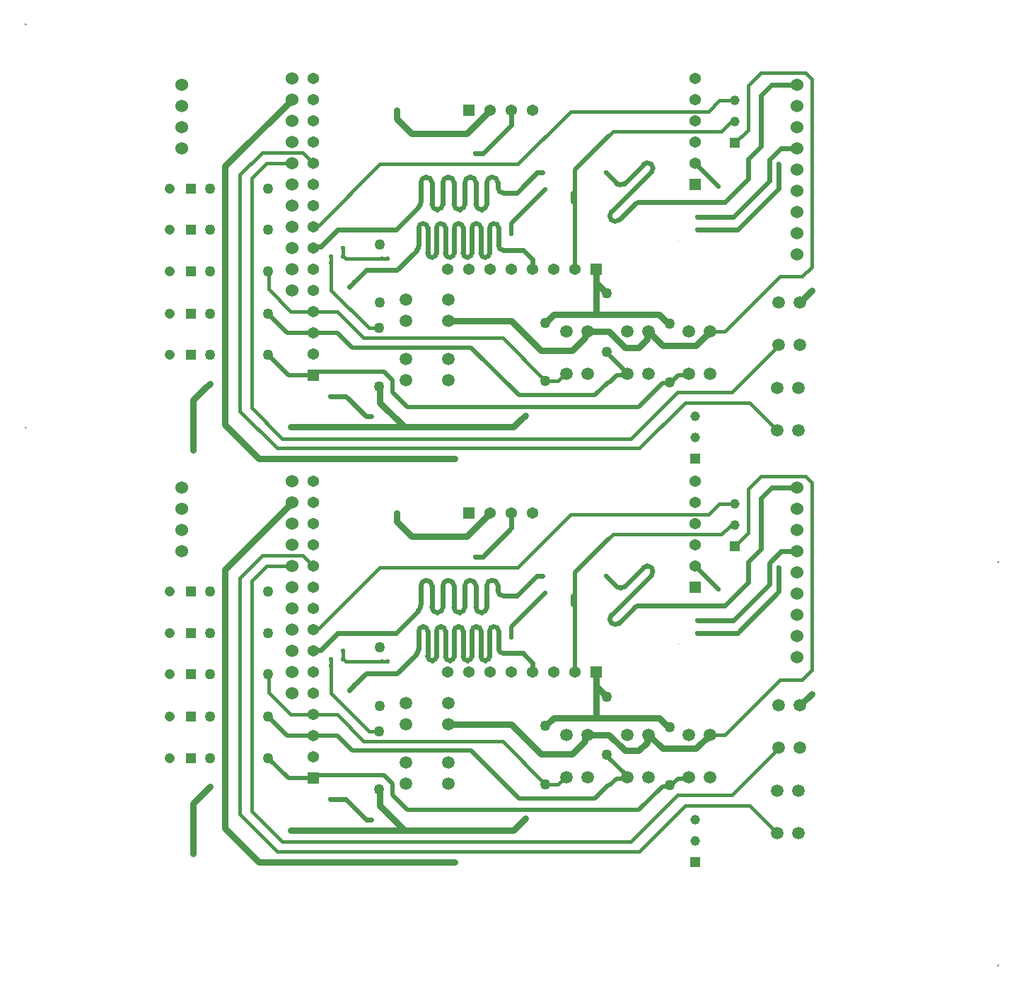
<source format=gbl>
G04*
G04 #@! TF.GenerationSoftware,Altium Limited,Altium Designer,24.4.1 (13)*
G04*
G04 Layer_Physical_Order=2*
G04 Layer_Color=16711680*
%FSTAX25Y25*%
%MOIN*%
G70*
G04*
G04 #@! TF.SameCoordinates,4F89C50D-CA39-40AE-AD00-445C0AD72F43*
G04*
G04*
G04 #@! TF.FilePolarity,Positive*
G04*
G01*
G75*
%ADD10C,0.02178*%
%ADD11C,0.03000*%
%ADD12C,0.02000*%
%ADD13C,0.01500*%
%ADD14C,0.04953*%
%ADD15C,0.05394*%
%ADD16R,0.05394X0.05394*%
%ADD17R,0.04578X0.04578*%
%ADD18C,0.04578*%
%ADD19C,0.06000*%
%ADD20C,0.05937*%
%ADD21R,0.05394X0.05394*%
%ADD22C,0.04756*%
%ADD23R,0.04756X0.04756*%
%ADD24C,0.02200*%
G36*
X-0063691Y0400639D02*
X-0063585Y0400533D01*
X-0063566Y0400456D01*
X-0063547Y0400418D01*
X-0063518Y0400389D01*
X-0063422Y0400331D01*
X-0063384Y0400293D01*
X-0063287Y0400274D01*
X-006323Y0400216D01*
X-0063095Y0400197D01*
X-006299Y0400091D01*
X-0063009Y0400034D01*
X-0063038Y0400005D01*
X-0063115Y0399986D01*
X-0063268Y0399966D01*
X-0063403Y0399909D01*
X-0063537Y039989D01*
X-0063595Y0399832D01*
X-0063633Y0399813D01*
X-0063748Y0399697D01*
X-0063758Y0399688D01*
X-0063787Y0399659D01*
X-0063864Y039964D01*
X-006394Y0399563D01*
X-0064017Y0399544D01*
X-0064075Y0399525D01*
X-0064161Y0399573D01*
X-0064142Y039965D01*
X-0064104Y0399669D01*
X-0064085Y0399842D01*
X-0064046Y0399861D01*
X-0064027Y0399938D01*
X-0063998Y0400158D01*
X-0063969Y0400226D01*
X-0063931Y0400322D01*
X-0063912Y0400494D01*
X-0063854Y0400552D01*
X-0063806Y0400658D01*
X-0063758Y0400667D01*
X-0063691Y0400639D01*
D02*
G37*
G36*
X0244333Y0297758D02*
X0243933D01*
Y0297891D01*
X0244067D01*
Y0298024D01*
X02442D01*
Y0298158D01*
X0244333D01*
Y0297758D01*
D02*
G37*
G36*
X-0063691Y0210481D02*
X-0063585Y0210375D01*
X-0063566Y0210299D01*
X-0063547Y021026D01*
X-0063518Y0210231D01*
X-0063422Y0210174D01*
X-0063384Y0210135D01*
X-0063287Y0210116D01*
X-006323Y0210059D01*
X-0063095Y0210039D01*
X-006299Y0209934D01*
X-0063009Y0209876D01*
X-0063038Y0209847D01*
X-0063115Y0209828D01*
X-0063268Y0209809D01*
X-0063403Y0209751D01*
X-0063537Y0209732D01*
X-0063595Y0209675D01*
X-0063633Y0209655D01*
X-0063748Y020954D01*
X-0063758Y020953D01*
X-0063787Y0209502D01*
X-0063864Y0209482D01*
X-006394Y0209406D01*
X-0064017Y0209386D01*
X-0064075Y0209367D01*
X-0064161Y0209415D01*
X-0064142Y0209492D01*
X-0064104Y0209511D01*
X-0064085Y0209684D01*
X-0064046Y0209703D01*
X-0064027Y020978D01*
X-0063998Y0210001D01*
X-0063969Y0210068D01*
X-0063931Y0210164D01*
X-0063912Y0210337D01*
X-0063854Y0210395D01*
X-0063806Y02105D01*
X-0063758Y021051D01*
X-0063691Y0210481D01*
D02*
G37*
G36*
X0394796Y014704D02*
X0394902Y0146934D01*
X0394921Y0146857D01*
X039494Y0146819D01*
X0394969Y014679D01*
X0395065Y0146732D01*
X0395103Y0146694D01*
X0395199Y0146675D01*
X0395257Y0146617D01*
X0395391Y0146598D01*
X0395497Y0146492D01*
X0395478Y0146435D01*
X0395449Y0146406D01*
X0395372Y0146387D01*
X0395218Y0146367D01*
X0395084Y014631D01*
X039495Y0146291D01*
X0394892Y0146233D01*
X0394854Y0146214D01*
X0394738Y0146099D01*
X0394729Y0146089D01*
X03947Y014606D01*
X0394623Y0146041D01*
X0394546Y0145964D01*
X0394469Y0145945D01*
X0394412Y0145926D01*
X0394325Y0145974D01*
X0394345Y0146051D01*
X0394383Y014607D01*
X0394402Y0146243D01*
X0394441Y0146262D01*
X039446Y0146339D01*
X0394489Y014656D01*
X0394517Y0146627D01*
X0394556Y0146723D01*
X0394575Y0146896D01*
X0394633Y0146953D01*
X0394681Y0147059D01*
X0394729Y0147069D01*
X0394796Y014704D01*
D02*
G37*
G36*
X0244333Y01076D02*
X0243933D01*
Y0107733D01*
X0244067D01*
Y0107867D01*
X02442D01*
Y0108D01*
X0244333D01*
Y01076D01*
D02*
G37*
G36*
X0394796Y-0043118D02*
X0394902Y-0043224D01*
X0394921Y-00433D01*
X039494Y-0043339D01*
X0394969Y-0043367D01*
X0395065Y-0043425D01*
X0395103Y-0043464D01*
X0395199Y-0043483D01*
X0395257Y-004354D01*
X0395391Y-004356D01*
X0395497Y-0043665D01*
X0395478Y-0043723D01*
X0395449Y-0043752D01*
X0395372Y-0043771D01*
X0395218Y-004379D01*
X0395084Y-0043848D01*
X039495Y-0043867D01*
X0394892Y-0043924D01*
X0394854Y-0043944D01*
X0394738Y-0044059D01*
X0394729Y-0044069D01*
X03947Y-0044097D01*
X0394623Y-0044117D01*
X0394546Y-0044193D01*
X0394469Y-0044213D01*
X0394412Y-0044232D01*
X0394325Y-0044184D01*
X0394345Y-0044107D01*
X0394383Y-0044088D01*
X0394402Y-0043915D01*
X0394441Y-0043896D01*
X039446Y-0043819D01*
X0394489Y-0043598D01*
X0394517Y-0043531D01*
X0394556Y-0043435D01*
X0394575Y-0043262D01*
X0394633Y-0043204D01*
X0394681Y-0043099D01*
X0394729Y-0043089D01*
X0394796Y-0043118D01*
D02*
G37*
%LPC*%
G36*
X-0063768Y0400562D02*
X-0063796Y0400533D01*
X-0063787Y0400504D01*
X-0063729Y0400485D01*
X-00637Y0400418D01*
X-0063672Y0400408D01*
X-0063643Y0400437D01*
X-0063662Y0400475D01*
X-00637Y0400533D01*
Y0400552D01*
X-0063768Y0400562D01*
D02*
G37*
G36*
X-006348Y0400274D02*
X-0063499D01*
X-0063528Y0400264D01*
X-0063518Y0400235D01*
X-006346Y0400254D01*
X-0063451Y0400264D01*
X-006348Y0400274D01*
D02*
G37*
G36*
X-0063806Y0400485D02*
X-0063835Y0400456D01*
X-0063816Y0400245D01*
X-0063806Y0400235D01*
X-0063777Y0400264D01*
Y0400379D01*
Y0400398D01*
X-0063796Y0400475D01*
X-0063806Y0400485D01*
D02*
G37*
G36*
X-0063364Y0400197D02*
X-0063412Y0400168D01*
X-0063384Y0400139D01*
X-0063278Y0400149D01*
X-0063287Y0400178D01*
X-0063307D01*
X-0063316Y0400187D01*
X-0063364Y0400197D01*
D02*
G37*
G36*
X-0063115Y0400101D02*
X-0063163Y0400091D01*
X-0063134Y0400062D01*
X-0063115D01*
X-0063105Y0400072D01*
X-0063115Y0400101D01*
D02*
G37*
G36*
X-0063384Y0400082D02*
X-0063499Y0400062D01*
X-0063518D01*
X-0063528Y0400034D01*
X-0063326Y0400024D01*
X-0063297Y0400053D01*
X-0063384Y0400082D01*
D02*
G37*
G36*
X-0063595Y0399966D02*
X-0063643Y0399957D01*
X-0063633Y0399928D01*
X-0063595Y0399947D01*
X-0063585Y0399957D01*
X-0063595Y0399966D01*
D02*
G37*
G36*
X-0063883Y0400082D02*
X-0063912Y0400072D01*
X-0063921Y0399966D01*
X-0063902Y039987D01*
X-0063873Y039988D01*
X-0063854Y0400014D01*
X-0063864Y0400024D01*
X-0063883Y0400082D01*
D02*
G37*
G36*
X-0063787Y039987D02*
X-0063796Y0399861D01*
X-0063787Y0399832D01*
X-0063729Y0399851D01*
X-006372Y0399861D01*
X-0063787Y039987D01*
D02*
G37*
G36*
X-0063844Y0399794D02*
X-0063912Y0399784D01*
Y0399745D01*
X-0063902Y0399736D01*
X-0063825Y0399755D01*
X-0063816Y0399765D01*
X-0063844Y0399794D01*
D02*
G37*
G36*
X-0063979Y0399813D02*
X-0064008Y0399803D01*
X-0064017Y0399659D01*
X-006396Y039964D01*
X-0063931Y0399669D01*
X-006395Y0399707D01*
X-006396Y0399717D01*
X-0063969Y0399745D01*
X-006395Y0399765D01*
X-0063979Y0399813D01*
D02*
G37*
G36*
X-0063768Y0210404D02*
X-0063796Y0210375D01*
X-0063787Y0210347D01*
X-0063729Y0210328D01*
X-00637Y021026D01*
X-0063672Y0210251D01*
X-0063643Y0210279D01*
X-0063662Y0210318D01*
X-00637Y0210375D01*
Y0210395D01*
X-0063768Y0210404D01*
D02*
G37*
G36*
X-006348Y0210116D02*
X-0063499D01*
X-0063528Y0210107D01*
X-0063518Y0210078D01*
X-006346Y0210097D01*
X-0063451Y0210107D01*
X-006348Y0210116D01*
D02*
G37*
G36*
X-0063806Y0210328D02*
X-0063835Y0210299D01*
X-0063816Y0210087D01*
X-0063806Y0210078D01*
X-0063777Y0210107D01*
Y0210222D01*
Y0210241D01*
X-0063796Y0210318D01*
X-0063806Y0210328D01*
D02*
G37*
G36*
X-0063364Y0210039D02*
X-0063412Y0210011D01*
X-0063384Y0209982D01*
X-0063278Y0209991D01*
X-0063287Y021002D01*
X-0063307D01*
X-0063316Y021003D01*
X-0063364Y0210039D01*
D02*
G37*
G36*
X-0063115Y0209943D02*
X-0063163Y0209934D01*
X-0063134Y0209905D01*
X-0063115D01*
X-0063105Y0209915D01*
X-0063115Y0209943D01*
D02*
G37*
G36*
X-0063384Y0209924D02*
X-0063499Y0209905D01*
X-0063518D01*
X-0063528Y0209876D01*
X-0063326Y0209866D01*
X-0063297Y0209895D01*
X-0063384Y0209924D01*
D02*
G37*
G36*
X-0063595Y0209809D02*
X-0063643Y0209799D01*
X-0063633Y020977D01*
X-0063595Y020979D01*
X-0063585Y0209799D01*
X-0063595Y0209809D01*
D02*
G37*
G36*
X-0063883Y0209924D02*
X-0063912Y0209915D01*
X-0063921Y0209809D01*
X-0063902Y0209713D01*
X-0063873Y0209722D01*
X-0063854Y0209857D01*
X-0063864Y0209866D01*
X-0063883Y0209924D01*
D02*
G37*
G36*
X-0063787Y0209713D02*
X-0063796Y0209703D01*
X-0063787Y0209675D01*
X-0063729Y0209694D01*
X-006372Y0209703D01*
X-0063787Y0209713D01*
D02*
G37*
G36*
X-0063844Y0209636D02*
X-0063912Y0209627D01*
Y0209588D01*
X-0063902Y0209578D01*
X-0063825Y0209598D01*
X-0063816Y0209607D01*
X-0063844Y0209636D01*
D02*
G37*
G36*
X-0063979Y0209655D02*
X-0064008Y0209646D01*
X-0064017Y0209502D01*
X-006396Y0209482D01*
X-0063931Y0209511D01*
X-006395Y020955D01*
X-006396Y0209559D01*
X-0063969Y0209588D01*
X-006395Y0209607D01*
X-0063979Y0209655D01*
D02*
G37*
G36*
X0394719Y0146963D02*
X039469Y0146934D01*
X03947Y0146905D01*
X0394758Y0146886D01*
X0394786Y0146819D01*
X0394815Y0146809D01*
X0394844Y0146838D01*
X0394825Y0146876D01*
X0394786Y0146934D01*
Y0146953D01*
X0394719Y0146963D01*
D02*
G37*
G36*
X0395007Y0146675D02*
X0394988D01*
X0394959Y0146665D01*
X0394969Y0146636D01*
X0395026Y0146655D01*
X0395036Y0146665D01*
X0395007Y0146675D01*
D02*
G37*
G36*
X0394681Y0146886D02*
X0394652Y0146857D01*
X0394671Y0146646D01*
X0394681Y0146636D01*
X0394709Y0146665D01*
Y014678D01*
Y01468D01*
X039469Y0146876D01*
X0394681Y0146886D01*
D02*
G37*
G36*
X0395122Y0146598D02*
X0395074Y0146569D01*
X0395103Y014654D01*
X0395209Y014655D01*
X0395199Y0146579D01*
X039518D01*
X039517Y0146588D01*
X0395122Y0146598D01*
D02*
G37*
G36*
X0395372Y0146502D02*
X0395324Y0146492D01*
X0395353Y0146464D01*
X0395372D01*
X0395382Y0146473D01*
X0395372Y0146502D01*
D02*
G37*
G36*
X0395103Y0146483D02*
X0394988Y0146464D01*
X0394969D01*
X0394959Y0146435D01*
X0395161Y0146425D01*
X039519Y0146454D01*
X0395103Y0146483D01*
D02*
G37*
G36*
X0394892Y0146367D02*
X0394844Y0146358D01*
X0394854Y0146329D01*
X0394892Y0146348D01*
X0394902Y0146358D01*
X0394892Y0146367D01*
D02*
G37*
G36*
X0394604Y0146483D02*
X0394575Y0146473D01*
X0394566Y0146367D01*
X0394585Y0146271D01*
X0394614Y0146281D01*
X0394633Y0146415D01*
X0394623Y0146425D01*
X0394604Y0146483D01*
D02*
G37*
G36*
X03947Y0146271D02*
X039469Y0146262D01*
X03947Y0146233D01*
X0394758Y0146252D01*
X0394767Y0146262D01*
X03947Y0146271D01*
D02*
G37*
G36*
X0394642Y0146195D02*
X0394575Y0146185D01*
Y0146147D01*
X0394585Y0146137D01*
X0394661Y0146156D01*
X0394671Y0146166D01*
X0394642Y0146195D01*
D02*
G37*
G36*
X0394508Y0146214D02*
X0394479Y0146204D01*
X0394469Y014606D01*
X0394527Y0146041D01*
X0394556Y014607D01*
X0394537Y0146108D01*
X0394527Y0146118D01*
X0394517Y0146147D01*
X0394537Y0146166D01*
X0394508Y0146214D01*
D02*
G37*
G36*
X0394719Y-0043195D02*
X039469Y-0043224D01*
X03947Y-0043252D01*
X0394758Y-0043271D01*
X0394786Y-0043339D01*
X0394815Y-0043348D01*
X0394844Y-0043319D01*
X0394825Y-0043281D01*
X0394786Y-0043224D01*
Y-0043204D01*
X0394719Y-0043195D01*
D02*
G37*
G36*
X0395007Y-0043483D02*
X0394988D01*
X0394959Y-0043492D01*
X0394969Y-0043521D01*
X0395026Y-0043502D01*
X0395036Y-0043492D01*
X0395007Y-0043483D01*
D02*
G37*
G36*
X0394681Y-0043271D02*
X0394652Y-00433D01*
X0394671Y-0043512D01*
X0394681Y-0043521D01*
X0394709Y-0043492D01*
Y-0043377D01*
Y-0043358D01*
X039469Y-0043281D01*
X0394681Y-0043271D01*
D02*
G37*
G36*
X0395122Y-004356D02*
X0395074Y-0043588D01*
X0395103Y-0043617D01*
X0395209Y-0043608D01*
X0395199Y-0043579D01*
X039518D01*
X039517Y-0043569D01*
X0395122Y-004356D01*
D02*
G37*
G36*
X0395372Y-0043656D02*
X0395324Y-0043665D01*
X0395353Y-0043694D01*
X0395372D01*
X0395382Y-0043684D01*
X0395372Y-0043656D01*
D02*
G37*
G36*
X0395103Y-0043675D02*
X0394988Y-0043694D01*
X0394969D01*
X0394959Y-0043723D01*
X0395161Y-0043732D01*
X039519Y-0043704D01*
X0395103Y-0043675D01*
D02*
G37*
G36*
X0394892Y-004379D02*
X0394844Y-00438D01*
X0394854Y-0043828D01*
X0394892Y-0043809D01*
X0394902Y-00438D01*
X0394892Y-004379D01*
D02*
G37*
G36*
X0394604Y-0043675D02*
X0394575Y-0043684D01*
X0394566Y-004379D01*
X0394585Y-0043886D01*
X0394614Y-0043876D01*
X0394633Y-0043742D01*
X0394623Y-0043732D01*
X0394604Y-0043675D01*
D02*
G37*
G36*
X03947Y-0043886D02*
X039469Y-0043896D01*
X03947Y-0043924D01*
X0394758Y-0043905D01*
X0394767Y-0043896D01*
X03947Y-0043886D01*
D02*
G37*
G36*
X0394642Y-0043963D02*
X0394575Y-0043973D01*
Y-0044011D01*
X0394585Y-0044021D01*
X0394661Y-0044001D01*
X0394671Y-0043992D01*
X0394642Y-0043963D01*
D02*
G37*
G36*
X0394508Y-0043944D02*
X0394479Y-0043953D01*
X0394469Y-0044097D01*
X0394527Y-0044117D01*
X0394556Y-0044088D01*
X0394537Y-0044049D01*
X0394527Y-004404D01*
X0394517Y-0044011D01*
X0394537Y-0043992D01*
X0394508Y-0043944D01*
D02*
G37*
%LPD*%
D10*
X0225421Y0126D02*
G03*
X022359Y0125242I0J-0002589D01*
G01*
X0212482Y0117795D02*
G03*
X0216143Y0117795I0001831J0001831D01*
G01*
X0212482Y0121457D02*
G03*
X0212482Y0117795I0001831J-0001831D01*
G01*
X0231345Y0140319D02*
G03*
X0231345Y0143981I-0001831J0001831D01*
G01*
X0231345Y0143981D02*
G03*
X0227683Y0143981I-0001831J-0001831D01*
G01*
X021502Y013498D02*
G03*
X0218682Y013498I0001831J0001831D01*
G01*
X0158987Y0133089D02*
G03*
X0161576Y01305I0002589J0D01*
G01*
X0158987Y0135387D02*
G03*
X0153808Y0135387I-0002589J0D01*
G01*
X0151219Y0122636D02*
G03*
X0153808Y0125225I0J0002589D01*
G01*
X014863D02*
G03*
X0151219Y0122636I0002589J0D01*
G01*
X014863Y0135387D02*
G03*
X0146041Y0137976I-0002589J0D01*
G01*
X0146041D02*
G03*
X0143452Y0135387I0J-0002589D01*
G01*
X0140863Y0122636D02*
G03*
X0143452Y0125225I0J0002589D01*
G01*
X0138274D02*
G03*
X0140863Y0122636I0002589J0D01*
G01*
X0138274Y0135387D02*
G03*
X0135684Y0137976I-0002589J0D01*
G01*
X0135684D02*
G03*
X0133095Y0135387I0J-0002589D01*
G01*
X0130506Y0122636D02*
G03*
X0133095Y0125225I0J0002589D01*
G01*
X0127917D02*
G03*
X0130506Y0122636I0002589J0D01*
G01*
X0127917Y0135387D02*
G03*
X0125328Y0137976I-0002589J0D01*
G01*
X0125328D02*
G03*
X0122739Y0135387I0J-0002589D01*
G01*
X0121444Y0123444D02*
G03*
X0122739Y0126569I-0003125J0003125D01*
G01*
X0159317Y0105678D02*
G03*
X0161496Y01035I0002178J0D01*
G01*
X0159317Y0114023D02*
G03*
X0155139Y0114023I-0002089J0D01*
G01*
X015305Y010004D02*
G03*
X0155139Y0102129I0J0002089D01*
G01*
X0150961D02*
G03*
X015305Y010004I0002089J0D01*
G01*
X0150961Y0114023D02*
G03*
X0148872Y0116112I-0002089J0D01*
G01*
X0148872D02*
G03*
X0146782Y0114023I0J-0002089D01*
G01*
X0144693Y010004D02*
G03*
X0146782Y0102129I0J0002089D01*
G01*
X0142604D02*
G03*
X0144693Y010004I0002089J0D01*
G01*
X0142604Y0114023D02*
G03*
X0140515Y0116112I-0002089J0D01*
G01*
X0140515D02*
G03*
X0138426Y0114023I0J-0002089D01*
G01*
X0136337Y010004D02*
G03*
X0138426Y0102129I0J0002089D01*
G01*
X0134248D02*
G03*
X0136337Y010004I0002089J0D01*
G01*
X0134248Y0114023D02*
G03*
X0132158Y0116112I-0002089J0D01*
G01*
X0132158D02*
G03*
X0130069Y0114023I0J-0002089D01*
G01*
X012798Y010004D02*
G03*
X0130069Y0102129I0J0002089D01*
G01*
X0125891D02*
G03*
X012798Y010004I0002089J0D01*
G01*
X0125891Y0114023D02*
G03*
X0123802Y0116112I-0002089J0D01*
G01*
X0123802D02*
G03*
X0121713Y0114023I0J-0002089D01*
G01*
X0120668Y0103168D02*
G03*
X0121713Y010569I-0002522J0002522D01*
G01*
X0277Y0137D02*
Y01465D01*
X0234Y0126D02*
X0266D01*
X0277Y0137D01*
X0283Y01525D02*
Y01765D01*
X0277Y01465D02*
X0283Y01525D01*
X027Y0119D02*
X0287Y0136D01*
Y0146D02*
X0292496Y0151497D01*
X0287Y0136D02*
Y0146D01*
X02915Y01325D02*
Y0144D01*
X0292496Y0151497D02*
X0299997D01*
X0272Y0113D02*
X02915Y01325D01*
X0253Y0119D02*
X027D01*
X0225421Y0126D02*
X0234D01*
X0216143Y0117795D02*
X022359Y0125242D01*
X0216143Y0117795D02*
Y0117795D01*
X0212482Y0121457D02*
X0231345Y0140319D01*
Y0140319D02*
Y0140319D01*
X0231345Y0143981D02*
X0231345Y0143981D01*
X0231345Y0143981D01*
X0231345Y0143981D02*
X0231345Y0143981D01*
X0218682Y013498D02*
X0227683Y0143981D01*
X021502Y013498D02*
X021502Y013498D01*
X021425Y013575D02*
X021502Y013498D01*
X021Y014D02*
X021425Y013575D01*
X0168Y01305D02*
X0170317Y0132817D01*
X0161576Y01305D02*
X0168D01*
X0158987Y0133089D02*
Y0135387D01*
X0153808Y0125225D02*
Y0135387D01*
X0151219Y0122636D02*
X0151219D01*
X014863Y0125225D02*
Y0135387D01*
X0146041Y0137976D02*
X0146041D01*
X0143452Y0125225D02*
Y0135387D01*
X0140863Y0122636D02*
X0140863D01*
X0138274Y0125225D02*
Y0135387D01*
X0135684Y0137976D02*
X0135684D01*
X0133095Y0125225D02*
Y0135387D01*
X0130506Y0122636D02*
X0130506D01*
X0127917Y0125225D02*
Y0135387D01*
X0125328Y0137976D02*
X0125328D01*
X0122739Y0126569D02*
Y0135387D01*
X0120355Y0122355D02*
X0121444Y0123444D01*
X0111Y0113D02*
X0120355Y0122355D01*
X0170317Y0132817D02*
X0177496Y0139996D01*
X0299997Y0151497D02*
X03Y01515D01*
X0253Y0113D02*
X0272D01*
X0179996Y0139996D02*
X018Y014D01*
X0177496Y0139996D02*
X0179996D01*
X00915Y00885D02*
X0097Y0094D01*
X0091496Y0088496D02*
X00915Y00885D01*
X0283Y01765D02*
X0288Y01815D01*
X03D01*
X01485Y0149D02*
X0152D01*
X01655Y01625D01*
Y01695D01*
X00835Y0113D02*
X0111D01*
X0171Y01035D02*
X01715Y0103D01*
X0161496Y01035D02*
X0171D01*
X0159317Y0105678D02*
Y0114023D01*
X0155139Y0102129D02*
Y0114023D01*
X015305Y010004D02*
X015305D01*
X0150961Y0102129D02*
Y0114023D01*
X0148872Y0116112D02*
X0148872D01*
X0146782Y0102129D02*
Y0114023D01*
X0144693Y010004D02*
X0144693D01*
X0142604Y0102129D02*
Y0114023D01*
X0140515Y0116112D02*
X0140515D01*
X0138426Y0102129D02*
Y0114023D01*
X0136337Y010004D02*
X0136337D01*
X0134248Y0102129D02*
Y0114023D01*
X0132158Y0116112D02*
X0132158D01*
X0130069Y0102129D02*
Y0114023D01*
X012798Y010004D02*
X012798D01*
X0125891Y0102129D02*
Y0114023D01*
X0123802Y0116112D02*
X0123802D01*
X0121713Y010569D02*
Y0114023D01*
X0119579Y0102079D02*
X0120668Y0103168D01*
X01115Y0094D02*
X0119579Y0102079D01*
X01715Y0103D02*
X01755Y0099D01*
X0075539Y0105039D02*
X00835Y0113D01*
X01755Y00945D02*
Y0099D01*
X0072Y01045D02*
X0072539Y0105039D01*
X0075539D01*
X0097Y0094D02*
X01115D01*
X0089Y0086D02*
X0091496Y0088496D01*
Y0088496D01*
X0089Y0086D02*
X0089D01*
X0097Y0025D02*
X00995D01*
X00875Y00345D02*
X0097Y0025D01*
X0080083Y00345D02*
X00875D01*
X0225421Y0316158D02*
G03*
X022359Y0315399I0J-0002589D01*
G01*
X0212482Y0307952D02*
G03*
X0216143Y0307952I0001831J0001831D01*
G01*
X0212482Y0311614D02*
G03*
X0212482Y0307952I0001831J-0001831D01*
G01*
X0231345Y0330477D02*
G03*
X0231345Y0334138I-0001831J0001831D01*
G01*
X0231345Y0334138D02*
G03*
X0227683Y0334138I-0001831J-0001831D01*
G01*
X021502Y0325137D02*
G03*
X0218682Y0325137I0001831J0001831D01*
G01*
X0158987Y0323247D02*
G03*
X0161576Y0320657I0002589J0D01*
G01*
X0158987Y0325544D02*
G03*
X0153808Y0325544I-0002589J0D01*
G01*
X0151219Y0312794D02*
G03*
X0153808Y0315383I0J0002589D01*
G01*
X014863D02*
G03*
X0151219Y0312794I0002589J0D01*
G01*
X014863Y0325544D02*
G03*
X0146041Y0328133I-0002589J0D01*
G01*
X0146041D02*
G03*
X0143452Y0325544I0J-0002589D01*
G01*
X0140863Y0312794D02*
G03*
X0143452Y0315383I0J0002589D01*
G01*
X0138274D02*
G03*
X0140863Y0312794I0002589J0D01*
G01*
X0138274Y0325544D02*
G03*
X0135684Y0328133I-0002589J0D01*
G01*
X0135684D02*
G03*
X0133095Y0325544I0J-0002589D01*
G01*
X0130506Y0312794D02*
G03*
X0133095Y0315383I0J0002589D01*
G01*
X0127917D02*
G03*
X0130506Y0312794I0002589J0D01*
G01*
X0127917Y0325544D02*
G03*
X0125328Y0328133I-0002589J0D01*
G01*
X0125328D02*
G03*
X0122739Y0325544I0J-0002589D01*
G01*
X0121444Y0313601D02*
G03*
X0122739Y0316727I-0003125J0003125D01*
G01*
X0159317Y0295836D02*
G03*
X0161496Y0293657I0002178J0D01*
G01*
X0159317Y0304181D02*
G03*
X0155139Y0304181I-0002089J0D01*
G01*
X015305Y0290197D02*
G03*
X0155139Y0292286I0J0002089D01*
G01*
X0150961D02*
G03*
X015305Y0290197I0002089J0D01*
G01*
X0150961Y0304181D02*
G03*
X0148872Y030627I-0002089J0D01*
G01*
X0148872D02*
G03*
X0146782Y0304181I0J-0002089D01*
G01*
X0144693Y0290197D02*
G03*
X0146782Y0292286I0J0002089D01*
G01*
X0142604D02*
G03*
X0144693Y0290197I0002089J0D01*
G01*
X0142604Y0304181D02*
G03*
X0140515Y030627I-0002089J0D01*
G01*
X0140515D02*
G03*
X0138426Y0304181I0J-0002089D01*
G01*
X0136337Y0290197D02*
G03*
X0138426Y0292286I0J0002089D01*
G01*
X0134248D02*
G03*
X0136337Y0290197I0002089J0D01*
G01*
X0134248Y0304181D02*
G03*
X0132158Y030627I-0002089J0D01*
G01*
X0132158D02*
G03*
X0130069Y0304181I0J-0002089D01*
G01*
X012798Y0290197D02*
G03*
X0130069Y0292286I0J0002089D01*
G01*
X0125891D02*
G03*
X012798Y0290197I0002089J0D01*
G01*
X0125891Y0304181D02*
G03*
X0123802Y030627I-0002089J0D01*
G01*
X0123802D02*
G03*
X0121713Y0304181I0J-0002089D01*
G01*
X0120668Y0293325D02*
G03*
X0121713Y0295847I-0002522J0002522D01*
G01*
X0277Y0327157D02*
Y0336658D01*
X0234Y0316158D02*
X0266D01*
X0277Y0327157D01*
X0283Y0342657D02*
Y0366657D01*
X0277Y0336658D02*
X0283Y0342657D01*
X027Y0309157D02*
X0287Y0326157D01*
Y0336157D02*
X0292496Y0341654D01*
X0287Y0326157D02*
Y0336157D01*
X02915Y0322657D02*
Y0334157D01*
X0292496Y0341654D02*
X0299997D01*
X0272Y0303157D02*
X02915Y0322657D01*
X0253Y0309157D02*
X027D01*
X0225421Y0316158D02*
X0234D01*
X0216143Y0307952D02*
X022359Y0315399D01*
X0216143Y0307952D02*
Y0307952D01*
X0212482Y0311614D02*
X0231345Y0330477D01*
Y0330477D02*
Y0330477D01*
X0231345Y0334138D02*
X0231345Y0334138D01*
X0231345Y0334138D01*
X0231345Y0334138D02*
X0231345Y0334138D01*
X0218682Y0325137D02*
X0227683Y0334138D01*
X021502Y0325137D02*
X021502Y0325137D01*
X021425Y0325907D02*
X021502Y0325137D01*
X021Y0330157D02*
X021425Y0325907D01*
X0168Y0320657D02*
X0170317Y0322974D01*
X0161576Y0320657D02*
X0168D01*
X0158987Y0323247D02*
Y0325544D01*
X0153808Y0315383D02*
Y0325544D01*
X0151219Y0312794D02*
X0151219D01*
X014863Y0315383D02*
Y0325544D01*
X0146041Y0328133D02*
X0146041D01*
X0143452Y0315383D02*
Y0325544D01*
X0140863Y0312794D02*
X0140863D01*
X0138274Y0315383D02*
Y0325544D01*
X0135684Y0328133D02*
X0135684D01*
X0133095Y0315383D02*
Y0325544D01*
X0130506Y0312794D02*
X0130506D01*
X0127917Y0315383D02*
Y0325544D01*
X0125328Y0328133D02*
X0125328D01*
X0122739Y0316727D02*
Y0325544D01*
X0120355Y0312512D02*
X0121444Y0313601D01*
X0111Y0303157D02*
X0120355Y0312512D01*
X0170317Y0322974D02*
X0177496Y0330153D01*
X0299997Y0341654D02*
X03Y0341657D01*
X0253Y0303157D02*
X0272D01*
X0179996Y0330153D02*
X018Y0330157D01*
X0177496Y0330153D02*
X0179996D01*
X00915Y0278658D02*
X0097Y0284157D01*
X0091496Y0278653D02*
X00915Y0278658D01*
X0283Y0366657D02*
X0288Y0371657D01*
X03D01*
X01485Y0339158D02*
X0152D01*
X01655Y0352658D01*
Y0359658D01*
X00835Y0303157D02*
X0111D01*
X0171Y0293657D02*
X01715Y0293158D01*
X0161496Y0293657D02*
X0171D01*
X0159317Y0295836D02*
Y0304181D01*
X0155139Y0292286D02*
Y0304181D01*
X015305Y0290197D02*
X015305D01*
X0150961Y0292286D02*
Y0304181D01*
X0148872Y030627D02*
X0148872D01*
X0146782Y0292286D02*
Y0304181D01*
X0144693Y0290197D02*
X0144693D01*
X0142604Y0292286D02*
Y0304181D01*
X0140515Y030627D02*
X0140515D01*
X0138426Y0292286D02*
Y0304181D01*
X0136337Y0290197D02*
X0136337D01*
X0134248Y0292286D02*
Y0304181D01*
X0132158Y030627D02*
X0132158D01*
X0130069Y0292286D02*
Y0304181D01*
X012798Y0290197D02*
X012798D01*
X0125891Y0292286D02*
Y0304181D01*
X0123802Y030627D02*
X0123802D01*
X0121713Y0295847D02*
Y0304181D01*
X0119579Y0292236D02*
X0120668Y0293325D01*
X01115Y0284157D02*
X0119579Y0292236D01*
X01715Y0293158D02*
X01755Y0289158D01*
X0075539Y0295197D02*
X00835Y0303157D01*
X01755Y0284658D02*
Y0289158D01*
X0072Y0294657D02*
X0072539Y0295197D01*
X0075539D01*
X0097Y0284157D02*
X01115D01*
X0089Y0276157D02*
X0091496Y0278653D01*
Y0278653D01*
X0089Y0276157D02*
X0089D01*
X0097Y0215158D02*
X00995D01*
X00875Y0224658D02*
X0097Y0215158D01*
X0080083Y0224658D02*
X00875D01*
D11*
X02055Y0074279D02*
Y0088059D01*
X02105Y0083059D01*
X02055Y0088059D02*
Y00945D01*
X0229438Y0061438D02*
Y0064529D01*
X02255Y00575D02*
X0229438Y0061438D01*
Y0064529D02*
X023Y0065091D01*
X0219Y00575D02*
X02255D01*
X023Y0065091D02*
X0236591Y00585D01*
X02015Y0065091D02*
X0211409D01*
X0219Y00575D01*
X0234981Y0073D02*
X0238225Y0069756D01*
X0185221Y0073D02*
X0234981D01*
X0239472Y0068779D02*
X024D01*
X0238225Y0069756D02*
X0238495D01*
X0239472Y0068779D01*
X00155Y0012D02*
Y0032779D01*
Y0009D02*
Y0012D01*
Y0032779D02*
X0021168Y0038447D01*
X0023221Y00405D01*
X00305Y0021D02*
Y0143D01*
Y0021D02*
X00465Y0005D01*
X00305Y0143D02*
X0062Y01745D01*
X0128811Y0005D02*
X0138596D01*
X00465D02*
X0128811D01*
X0103374Y0037466D02*
Y0040123D01*
X01035Y00315D02*
X0115Y002D01*
X0103374Y0037466D02*
X01035Y003734D01*
Y00315D02*
Y003734D01*
X00685Y002D02*
X0115D01*
X01665D01*
X01695Y0023D02*
X0172Y00255D01*
X01665Y002D02*
X01695Y0023D01*
X01115Y01655D02*
Y01695D01*
Y01655D02*
X01185Y01585D01*
X01445D01*
X01555Y01695D01*
X00615Y002D02*
X00685D01*
X03015Y0078909D02*
X0307Y0084409D01*
X02015Y0064296D02*
Y0065091D01*
X0200031Y0062827D02*
X02015Y0064296D01*
X0200031Y0062032D02*
Y0062827D01*
X0194Y0056D02*
X0200031Y0062032D01*
X01795Y0056D02*
X0194D01*
X01655Y007D02*
X01795Y0056D01*
X0135591Y007D02*
X01655D01*
X01815Y0069279D02*
X0185221Y0073D01*
X0236591Y00585D02*
X0252409D01*
X0259Y0065091D01*
X02055Y0264437D02*
Y0278217D01*
X02105Y0273217D01*
X02055Y0278217D02*
Y0284658D01*
X0229438Y0251595D02*
Y0254686D01*
X02255Y0247657D02*
X0229438Y0251595D01*
Y0254686D02*
X023Y0255248D01*
X0219Y0247657D02*
X02255D01*
X023Y0255248D02*
X0236591Y0248657D01*
X02015Y0255248D02*
X0211409D01*
X0219Y0247657D01*
X0234981Y0263158D02*
X0238225Y0259913D01*
X0185221Y0263158D02*
X0234981D01*
X0239472Y0258937D02*
X024D01*
X0238225Y0259913D02*
X0238495D01*
X0239472Y0258937D01*
X00155Y0202157D02*
Y0222937D01*
Y0199158D02*
Y0202157D01*
Y0222937D02*
X0021168Y0228605D01*
X0023221Y0230658D01*
X00305Y0211157D02*
Y0333157D01*
Y0211157D02*
X00465Y0195158D01*
X00305Y0333157D02*
X0062Y0364657D01*
X0128811Y0195158D02*
X0138596D01*
X00465D02*
X0128811D01*
X0103374Y0227624D02*
Y023028D01*
X01035Y0221657D02*
X0115Y0210157D01*
X0103374Y0227624D02*
X01035Y0227497D01*
Y0221657D02*
Y0227497D01*
X00685Y0210157D02*
X0115D01*
X01665D01*
X01695Y0213158D02*
X0172Y0215657D01*
X01665Y0210157D02*
X01695Y0213158D01*
X01115Y0355658D02*
Y0359658D01*
Y0355658D02*
X01185Y0348657D01*
X01445D01*
X01555Y0359658D01*
X00615Y0210157D02*
X00685D01*
X03015Y0269067D02*
X0307Y0274567D01*
X02015Y0254453D02*
Y0255248D01*
X0200031Y0252985D02*
X02015Y0254453D01*
X0200031Y0252189D02*
Y0252985D01*
X0194Y0246158D02*
X0200031Y0252189D01*
X01795Y0246158D02*
X0194D01*
X01655Y0260157D02*
X01795Y0246158D01*
X0135591Y0260157D02*
X01655D01*
X01815Y0259437D02*
X0185221Y0263158D01*
X0236591Y0248657D02*
X0252409D01*
X0259Y0255248D01*
D12*
X02105Y0055045D02*
Y00555D01*
Y0055045D02*
X022Y0045545D01*
Y0045091D02*
Y0045545D01*
X0252Y01445D02*
X0263Y01335D01*
X01955Y01415D02*
X02115Y01575D01*
X01955Y0127214D02*
Y01415D01*
X01945Y0126214D02*
Y01305D01*
X01955Y00945D02*
Y0127214D01*
X01945Y0126214D02*
X01955Y0127214D01*
X01655Y0111D02*
Y0116D01*
X01815Y0132D01*
X00905Y00575D02*
X01465D01*
X0169Y0035D01*
X00835Y00645D02*
X00905Y00575D01*
X01095Y00365D02*
Y0042D01*
X00735Y0046D02*
X01055D01*
X01095Y0042D01*
Y00365D02*
X01165Y00295D01*
X02255D01*
X0236738Y0040738D01*
X020478Y0035D02*
X0211Y0041221D01*
X0169Y0035D02*
X020478D01*
X0072Y00445D02*
X00735Y0046D01*
X006028Y00445D02*
X0072D01*
X0300435Y0078909D02*
X03015D01*
X0239517Y0040738D02*
X024Y0041221D01*
X0236738Y0040738D02*
X0239517D01*
X0240799Y0041221D02*
X0243916Y0044337D01*
X0248247D02*
X0249Y0045091D01*
X024Y0041221D02*
X0240799D01*
X0243916Y0044337D02*
X0248247D01*
X0214916D02*
X0219247D01*
X0211Y0041221D02*
X0211799D01*
X0214916Y0044337D01*
X0219247D02*
X022Y0045091D01*
X0072Y00645D02*
X00835D01*
X0050779Y0054D02*
X006028Y00445D01*
X005978Y00645D02*
X0072D01*
X0050779Y00735D02*
X005978Y00645D01*
X02105Y0245203D02*
Y0245657D01*
Y0245203D02*
X022Y0235703D01*
Y0235248D02*
Y0235703D01*
X0252Y0334658D02*
X0263Y0323657D01*
X01955Y0331658D02*
X02115Y0347657D01*
X01955Y0317371D02*
Y0331658D01*
X01945Y0316371D02*
Y0320657D01*
X01955Y0284658D02*
Y0317371D01*
X01945Y0316371D02*
X01955Y0317371D01*
X01655Y0301157D02*
Y0306157D01*
X01815Y0322158D01*
X00905Y0247657D02*
X01465D01*
X0169Y0225157D01*
X00835Y0254658D02*
X00905Y0247657D01*
X01095Y0226658D02*
Y0232157D01*
X00735Y0236157D02*
X01055D01*
X01095Y0232157D01*
Y0226658D02*
X01165Y0219657D01*
X02255D01*
X0236738Y0230895D01*
X020478Y0225157D02*
X0211Y0231378D01*
X0169Y0225157D02*
X020478D01*
X0072Y0234658D02*
X00735Y0236157D01*
X006028Y0234658D02*
X0072D01*
X0300435Y0269067D02*
X03015D01*
X0239517Y0230895D02*
X024Y0231378D01*
X0236738Y0230895D02*
X0239517D01*
X0240799Y0231378D02*
X0243916Y0234495D01*
X0248247D02*
X0249Y0235248D01*
X024Y0231378D02*
X0240799D01*
X0243916Y0234495D02*
X0248247D01*
X0214916D02*
X0219247D01*
X0211Y0231378D02*
X0211799D01*
X0214916Y0234495D01*
X0219247D02*
X022Y0235248D01*
X0072Y0254658D02*
X00835D01*
X0050779Y0244158D02*
X006028Y0234658D01*
X005978Y0254658D02*
X0072D01*
X0050779Y0263657D02*
X005978Y0254658D01*
D13*
X0307Y00955D02*
Y0184D01*
X0266091Y0065091D02*
X0292Y0091D01*
X0259Y0065091D02*
X0266091D01*
X0292Y0091D02*
X03025D01*
X0307Y00955D01*
X0043Y0029D02*
Y01375D01*
X005Y01445D01*
X0043Y0029D02*
X00575Y00145D01*
X00375Y00275D02*
X0055Y001D01*
X00375Y0139D02*
X0048Y01495D01*
X00375Y00275D02*
Y0139D01*
X02135Y01595D02*
X02645D01*
X02115Y01575D02*
X02135Y01595D01*
X02645D02*
X0268411Y0163411D01*
X0270161D01*
X027075Y0164D01*
X0277Y0181D02*
X0283Y0187D01*
X0277Y016025D02*
Y0181D01*
X027075Y0154D02*
X0277Y016025D01*
X0304Y0187D02*
X0307Y0184D01*
X0283Y0187D02*
X0304D01*
X02635Y0174D02*
X027075D01*
X01035Y0144D02*
X01685D01*
X0193447Y0168947D01*
X0074745Y0115245D02*
X01035Y0144D01*
X0258447Y0168947D02*
X02635Y0174D01*
X0193447Y0168947D02*
X0258447D01*
X0086Y01005D02*
Y01045D01*
Y01005D02*
X0086189D01*
X0087189Y00995D02*
X0107D01*
X0086189Y01005D02*
X0087189Y00995D01*
X00805Y00975D02*
Y01005D01*
Y00845D02*
Y00975D01*
X009822Y006678D02*
X0103D01*
X00805Y00845D02*
X009822Y006678D01*
X0095777Y0062D02*
X0161221D01*
X01815Y0041721D01*
X0083277Y00745D02*
X0095777Y0062D01*
X0072745Y0115245D02*
X0074745D01*
X0072Y01145D02*
X0072745Y0115245D01*
X0221517Y00145D02*
X0243517Y00365D01*
X00575Y00145D02*
X0221517D01*
X0225799Y001D02*
X0247299Y00315D01*
X0055Y001D02*
X0225799D01*
X0048Y01495D02*
X0067D01*
X005Y01445D02*
X0062D01*
X0247299Y00315D02*
X0277749D01*
X0290749Y00185D01*
X0243517Y00365D02*
X02695D01*
X02915Y00585D01*
Y0058909D01*
X0067Y01495D02*
X0072Y01445D01*
X019086Y0045091D02*
X01915D01*
X01815Y0041721D02*
X018749D01*
X019086Y0045091D01*
X0072Y00745D02*
X0083277D01*
X0051009Y0084991D02*
Y0093271D01*
X00615Y00745D02*
X0072D01*
X0051009Y0084991D02*
X00615Y00745D01*
X0050779Y00935D02*
X0051009Y0093271D01*
X0307Y0285658D02*
Y0374158D01*
X0266091Y0255248D02*
X0292Y0281157D01*
X0259Y0255248D02*
X0266091D01*
X0292Y0281157D02*
X03025D01*
X0307Y0285658D01*
X0043Y0219158D02*
Y0327658D01*
X005Y0334658D01*
X0043Y0219158D02*
X00575Y0204658D01*
X00375Y0217657D02*
X0055Y0200157D01*
X00375Y0329157D02*
X0048Y0339657D01*
X00375Y0217657D02*
Y0329157D01*
X02135Y0349658D02*
X02645D01*
X02115Y0347657D02*
X02135Y0349658D01*
X02645D02*
X0268411Y0353569D01*
X0270161D01*
X027075Y0354157D01*
X0277Y0371158D02*
X0283Y0377157D01*
X0277Y0350408D02*
Y0371158D01*
X027075Y0344158D02*
X0277Y0350408D01*
X0304Y0377157D02*
X0307Y0374158D01*
X0283Y0377157D02*
X0304D01*
X02635Y0364158D02*
X027075D01*
X01035Y0334157D02*
X01685D01*
X0193447Y0359104D01*
X0074745Y0305402D02*
X01035Y0334157D01*
X0258447Y0359104D02*
X02635Y0364158D01*
X0193447Y0359104D02*
X0258447D01*
X0086Y0290657D02*
Y0294657D01*
Y0290657D02*
X0086189D01*
X0087189Y0289657D02*
X0107D01*
X0086189Y0290657D02*
X0087189Y0289657D01*
X00805Y0287657D02*
Y0290657D01*
Y0274658D02*
Y0287657D01*
X009822Y0256937D02*
X0103D01*
X00805Y0274658D02*
X009822Y0256937D01*
X0095777Y0252157D02*
X0161221D01*
X01815Y0231878D01*
X0083277Y0264657D02*
X0095777Y0252157D01*
X0072745Y0305402D02*
X0074745D01*
X0072Y0304658D02*
X0072745Y0305402D01*
X0221517Y0204658D02*
X0243517Y0226658D01*
X00575Y0204658D02*
X0221517D01*
X0225799Y0200157D02*
X0247299Y0221657D01*
X0055Y0200157D02*
X0225799D01*
X0048Y0339657D02*
X0067D01*
X005Y0334658D02*
X0062D01*
X0247299Y0221657D02*
X0277749D01*
X0290749Y0208658D01*
X0243517Y0226658D02*
X02695D01*
X02915Y0248657D01*
Y0249067D01*
X0067Y0339657D02*
X0072Y0334658D01*
X019086Y0235248D02*
X01915D01*
X01815Y0231878D02*
X018749D01*
X019086Y0235248D01*
X0072Y0264657D02*
X0083277D01*
X0051009Y0275149D02*
Y0283428D01*
X00615Y0264657D02*
X0072D01*
X0051009Y0275149D02*
X00615Y0264657D01*
X0050779Y0283658D02*
X0051009Y0283428D01*
D14*
X0103Y003922D02*
D03*
Y006678D02*
D03*
X01035Y010628D02*
D03*
Y007872D02*
D03*
X02105Y0083059D02*
D03*
Y00555D02*
D03*
X01815Y0069279D02*
D03*
Y0041721D02*
D03*
X0050779Y0054D02*
D03*
X0023221Y0054D02*
D03*
X0050779Y00735D02*
D03*
X0023221D02*
D03*
X0050779Y0113D02*
D03*
X0023221Y0113D02*
D03*
X0050779Y00935D02*
D03*
X0023221D02*
D03*
X0050779Y01325D02*
D03*
X0023221Y01325D02*
D03*
X024Y0041221D02*
D03*
Y0068779D02*
D03*
X0103Y0229378D02*
D03*
Y0256937D02*
D03*
X01035Y0296437D02*
D03*
Y0268878D02*
D03*
X02105Y0273217D02*
D03*
Y0245657D02*
D03*
X01815Y0259437D02*
D03*
Y0231878D02*
D03*
X0050779Y0244158D02*
D03*
X0023221Y0244158D02*
D03*
X0050779Y0263657D02*
D03*
X0023221D02*
D03*
X0050779Y0303157D02*
D03*
X0023221Y0303157D02*
D03*
X0050779Y0283658D02*
D03*
X0023221D02*
D03*
X0050779Y0322657D02*
D03*
X0023221Y0322657D02*
D03*
X024Y0231378D02*
D03*
Y0258937D02*
D03*
D15*
X01755Y01695D02*
D03*
X01655D02*
D03*
X01555D02*
D03*
X0252Y01845D02*
D03*
Y01745D02*
D03*
Y01645D02*
D03*
Y01545D02*
D03*
Y01445D02*
D03*
X01955Y00945D02*
D03*
X01855D02*
D03*
X01755D02*
D03*
X01655D02*
D03*
X01555D02*
D03*
X01455D02*
D03*
X01355D02*
D03*
X0072Y00545D02*
D03*
Y00645D02*
D03*
Y00745D02*
D03*
X0072Y00845D02*
D03*
X0072Y00945D02*
D03*
Y01045D02*
D03*
Y01145D02*
D03*
Y01245D02*
D03*
Y01345D02*
D03*
Y01445D02*
D03*
Y01545D02*
D03*
Y01645D02*
D03*
X0072Y01745D02*
D03*
X0072Y01845D02*
D03*
X01755Y0359658D02*
D03*
X01655D02*
D03*
X01555D02*
D03*
X0252Y0374658D02*
D03*
Y0364657D02*
D03*
Y0354658D02*
D03*
Y0344657D02*
D03*
Y0334658D02*
D03*
X01955Y0284658D02*
D03*
X01855D02*
D03*
X01755D02*
D03*
X01655D02*
D03*
X01555D02*
D03*
X01455D02*
D03*
X01355D02*
D03*
X0072Y0244657D02*
D03*
Y0254658D02*
D03*
Y0264657D02*
D03*
X0072Y0274658D02*
D03*
X0072Y0284658D02*
D03*
Y0294657D02*
D03*
Y0304658D02*
D03*
Y0314657D02*
D03*
Y0324658D02*
D03*
Y0334658D02*
D03*
Y0344657D02*
D03*
Y0354658D02*
D03*
X0072Y0364657D02*
D03*
X0072Y0374658D02*
D03*
D16*
X01455Y01695D02*
D03*
X02055Y00945D02*
D03*
X01455Y0359658D02*
D03*
X02055Y0284658D02*
D03*
D17*
X0252Y0005D02*
D03*
X027075Y0154D02*
D03*
X0252Y0195158D02*
D03*
X027075Y0344158D02*
D03*
D18*
X0252Y0015D02*
D03*
Y0025D02*
D03*
X027075Y0164D02*
D03*
Y0174D02*
D03*
X0252Y0205157D02*
D03*
Y0215158D02*
D03*
X027075Y0354157D02*
D03*
Y0364158D02*
D03*
D19*
X001Y01815D02*
D03*
Y01715D02*
D03*
X001Y01615D02*
D03*
X03Y01815D02*
D03*
X03Y01715D02*
D03*
Y01615D02*
D03*
Y01215D02*
D03*
Y01115D02*
D03*
Y01015D02*
D03*
Y01415D02*
D03*
Y01315D02*
D03*
X001Y01515D02*
D03*
X03Y01515D02*
D03*
X0062Y01345D02*
D03*
Y01445D02*
D03*
Y01045D02*
D03*
Y01145D02*
D03*
Y01245D02*
D03*
Y01545D02*
D03*
Y01645D02*
D03*
Y01745D02*
D03*
X0062Y01845D02*
D03*
X0062Y00845D02*
D03*
X0062Y00945D02*
D03*
X001Y0371657D02*
D03*
Y0361658D02*
D03*
X001Y0351658D02*
D03*
X03Y0371657D02*
D03*
X03Y0361658D02*
D03*
Y0351658D02*
D03*
Y0311658D02*
D03*
Y0301658D02*
D03*
Y0291657D02*
D03*
Y0331658D02*
D03*
Y0321657D02*
D03*
X001Y0341657D02*
D03*
X03Y0341657D02*
D03*
X0062Y0324658D02*
D03*
Y0334658D02*
D03*
Y0294657D02*
D03*
Y0304658D02*
D03*
Y0314657D02*
D03*
Y0344657D02*
D03*
Y0354658D02*
D03*
Y0364657D02*
D03*
X0062Y0374658D02*
D03*
X0062Y0274658D02*
D03*
X0062Y0284658D02*
D03*
D20*
X02915Y0078909D02*
D03*
X03015D02*
D03*
X02915Y0058909D02*
D03*
X03015D02*
D03*
X0290749Y00385D02*
D03*
X0300749D02*
D03*
X0290749Y00185D02*
D03*
X0300749D02*
D03*
X023Y0045091D02*
D03*
X022D02*
D03*
X023Y0065091D02*
D03*
X022D02*
D03*
X02015Y0045091D02*
D03*
X01915D02*
D03*
X02015Y0065091D02*
D03*
X01915D02*
D03*
X0249D02*
D03*
X0259D02*
D03*
X0249Y0045091D02*
D03*
X0259D02*
D03*
X0135591Y008D02*
D03*
Y007D02*
D03*
X0115591Y008D02*
D03*
Y007D02*
D03*
X0135591Y0052D02*
D03*
Y0042D02*
D03*
X0115591Y0052D02*
D03*
X0115591Y0042D02*
D03*
X02915Y0269067D02*
D03*
X03015D02*
D03*
X02915Y0249067D02*
D03*
X03015D02*
D03*
X0290749Y0228658D02*
D03*
X0300749D02*
D03*
X0290749Y0208658D02*
D03*
X0300749D02*
D03*
X023Y0235248D02*
D03*
X022D02*
D03*
X023Y0255248D02*
D03*
X022D02*
D03*
X02015Y0235248D02*
D03*
X01915D02*
D03*
X02015Y0255248D02*
D03*
X01915D02*
D03*
X0249D02*
D03*
X0259D02*
D03*
X0249Y0235248D02*
D03*
X0259D02*
D03*
X0135591Y0270158D02*
D03*
Y0260157D02*
D03*
X0115591Y0270158D02*
D03*
Y0260157D02*
D03*
X0135591Y0242158D02*
D03*
Y0232157D02*
D03*
X0115591Y0242158D02*
D03*
X0115591Y0232157D02*
D03*
D21*
X0252Y01345D02*
D03*
X0072Y00445D02*
D03*
X0252Y0324658D02*
D03*
X0072Y0234658D02*
D03*
D22*
X0004343Y0054D02*
D03*
X0004324Y00735D02*
D03*
X0004306Y00935D02*
D03*
X0004403Y0113D02*
D03*
X00045Y01325D02*
D03*
X0004343Y0244158D02*
D03*
X0004324Y0263657D02*
D03*
X0004306Y0283658D02*
D03*
X0004403Y0303157D02*
D03*
X00045Y0322657D02*
D03*
D23*
X0014343Y0054D02*
D03*
X0014324Y00735D02*
D03*
X0014306Y00935D02*
D03*
X0014403Y0113D02*
D03*
X00145Y01325D02*
D03*
X0014343Y0244158D02*
D03*
X0014324Y0263657D02*
D03*
X0014306Y0283658D02*
D03*
X0014403Y0303157D02*
D03*
X00145Y0322657D02*
D03*
D24*
X01695Y0023D02*
D03*
X00685Y002D02*
D03*
X00155Y0012D02*
D03*
Y0009D02*
D03*
X0023221Y00405D02*
D03*
X0021168Y0038447D02*
D03*
X0138596Y0005D02*
D03*
X0128811D02*
D03*
X0133473D02*
D03*
X0263Y01335D02*
D03*
X02915Y0144D02*
D03*
X0253Y0119D02*
D03*
X018Y014D02*
D03*
X021D02*
D03*
X0253Y0113D02*
D03*
X01815Y0132D02*
D03*
X01485Y0149D02*
D03*
X01655Y0111D02*
D03*
X0086Y01045D02*
D03*
X0089Y0086D02*
D03*
X00915Y00885D02*
D03*
X00805Y01005D02*
D03*
Y00975D02*
D03*
X0086Y01005D02*
D03*
X01045Y00995D02*
D03*
X0107D02*
D03*
X00995Y0025D02*
D03*
X01115Y01695D02*
D03*
Y01655D02*
D03*
X0080083Y00345D02*
D03*
X00615Y002D02*
D03*
X0172Y00255D02*
D03*
X01695Y0213158D02*
D03*
X00685Y0210157D02*
D03*
X00155Y0202157D02*
D03*
Y0199158D02*
D03*
X0023221Y0230658D02*
D03*
X0021168Y0228605D02*
D03*
X0138596Y0195158D02*
D03*
X0128811D02*
D03*
X0133473D02*
D03*
X0263Y0323657D02*
D03*
X02915Y0334157D02*
D03*
X0253Y0309157D02*
D03*
X018Y0330157D02*
D03*
X021D02*
D03*
X0253Y0303157D02*
D03*
X01815Y0322158D02*
D03*
X01485Y0339158D02*
D03*
X01655Y0301157D02*
D03*
X0086Y0294657D02*
D03*
X0089Y0276157D02*
D03*
X00915Y0278658D02*
D03*
X00805Y0290657D02*
D03*
Y0287657D02*
D03*
X0086Y0290657D02*
D03*
X01045Y0289657D02*
D03*
X0107D02*
D03*
X00995Y0215158D02*
D03*
X01115Y0359658D02*
D03*
Y0355658D02*
D03*
X0080083Y0224658D02*
D03*
X00615Y0210157D02*
D03*
X0172Y0215657D02*
D03*
M02*

</source>
